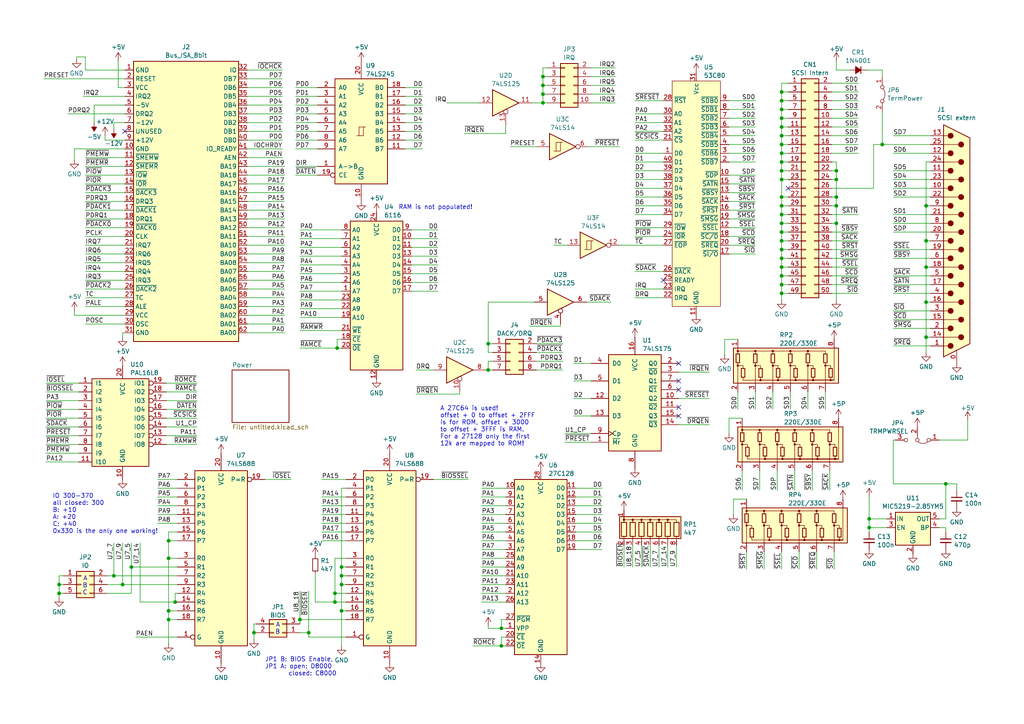
<source format=kicad_sch>
(kicad_sch (version 20230121) (generator eeschema)
  (paper "A4")
  (title_block (title "NCL-501 8-Bit ISA SCSI Card") (date "2024-03-24") (rev "v1") (company "100% Offner") (comment 1 "v0.1: Initial") (comment 2 "v1: first manufactured Version (active Termination added)"))
  (junction (at 145.415 187.325))
  (junction (at 226.695 77.47))
  (junction (at 226.695 36.83))
  (junction (at 99.06 177.165))
  (junction (at 268.605 87.63))
  (junction (at 50.8 174.625))
  (junction (at 17.145 169.545))
  (junction (at 226.695 52.07))
  (junction (at 157.48 24.765))
  (junction (at 141.605 99.695))
  (junction (at 226.695 85.09))
  (junction (at 274.32 140.335))
  (junction (at 226.695 72.39))
  (junction (at 157.48 29.845))
  (junction (at 242.57 64.77))
  (junction (at 226.695 29.21))
  (junction (at 226.695 46.99))
  (junction (at 226.695 57.15))
  (junction (at 157.48 27.305))
  (junction (at 268.605 97.79))
  (junction (at 48.895 177.165))
  (junction (at 99.06 164.465))
  (junction (at 99.06 167.005))
  (junction (at 226.695 74.93))
  (junction (at 226.695 49.53))
  (junction (at 48.895 156.845))
  (junction (at 38.1 164.465))
  (junction (at 141.605 107.315))
  (junction (at 242.57 57.15))
  (junction (at 33.02 167.005))
  (junction (at 226.695 59.69))
  (junction (at 97.79 100.965))
  (junction (at 226.695 62.23))
  (junction (at 99.06 169.545))
  (junction (at 226.695 69.85))
  (junction (at 252.095 153.035))
  (junction (at 226.695 34.29))
  (junction (at 73.66 183.515))
  (junction (at 89.535 183.515))
  (junction (at 17.145 172.085))
  (junction (at 226.695 31.75))
  (junction (at 242.57 49.53))
  (junction (at 226.695 82.55))
  (junction (at 226.695 44.45))
  (junction (at 226.695 26.67))
  (junction (at 48.895 161.925))
  (junction (at 97.155 172.085))
  (junction (at 97.155 174.625))
  (junction (at 226.695 41.91))
  (junction (at 226.695 67.31))
  (junction (at 226.695 80.01))
  (junction (at 242.57 52.07))
  (junction (at 157.48 22.225))
  (junction (at 35.56 169.545))
  (junction (at 226.695 39.37))
  (junction (at 268.605 69.85))
  (junction (at 145.415 182.245))
  (junction (at 242.57 59.69))
  (junction (at 268.605 77.47))
  (junction (at 86.995 179.705))
  (junction (at 268.605 59.69))
  (junction (at 255.905 41.91))
  (junction (at 48.895 179.705))
  (junction (at 252.095 150.495))
  (junction (at 226.695 64.77))
  (no_connect (at 36.195 38.1))
  (no_connect (at 196.85 110.49))
  (no_connect (at 228.6 54.61))
  (no_connect (at 196.85 113.03))
  (no_connect (at 196.85 105.41))
  (no_connect (at 196.85 120.65))
  (no_connect (at 196.85 118.11))
  (no_connect (at 192.405 81.28))
  (wire (pts (xy 193.675 164.465) (xy 193.675 158.115)))
  (wire (pts (xy 184.15 35.56) (xy 192.405 35.56)))
  (wire (pts (xy 225.425 136.525) (xy 225.425 142.24)))
  (wire (pts (xy 184.15 49.53) (xy 192.405 49.53)))
  (wire (pts (xy 139.7 154.305) (xy 146.685 154.305)))
  (wire (pts (xy 139.7 174.625) (xy 146.685 174.625)))
  (wire (pts (xy 92.075 25.4) (xy 85.725 25.4)))
  (wire (pts (xy 226.695 39.37) (xy 228.6 39.37)))
  (wire (pts (xy 71.755 96.52) (xy 82.55 96.52)))
  (wire (pts (xy 253.365 54.61) (xy 253.365 41.91)))
  (wire (pts (xy 71.755 73.66) (xy 82.55 73.66)))
  (wire (pts (xy 133.35 114.3) (xy 133.35 113.665)))
  (wire (pts (xy 99.06 164.465) (xy 100.33 164.465)))
  (wire (pts (xy 259.08 52.07) (xy 269.875 52.07)))
  (wire (pts (xy 259.08 54.61) (xy 269.875 54.61)))
  (wire (pts (xy 241.3 39.37) (xy 248.92 39.37)))
  (wire (pts (xy 235.585 136.525) (xy 235.585 142.24)))
  (wire (pts (xy 167.005 154.305) (xy 174.625 154.305)))
  (wire (pts (xy 22.86 126.365) (xy 13.335 126.365)))
  (wire (pts (xy 257.175 150.495) (xy 252.095 150.495)))
  (wire (pts (xy 274.32 150.495) (xy 272.415 150.495)))
  (wire (pts (xy 17.145 172.085) (xy 18.415 172.085)))
  (wire (pts (xy 259.08 72.39) (xy 269.875 72.39)))
  (wire (pts (xy 57.15 126.365) (xy 48.26 126.365)))
  (wire (pts (xy 100.33 141.605) (xy 99.06 141.605)))
  (wire (pts (xy 145.415 184.785) (xy 146.685 184.785)))
  (wire (pts (xy 48.895 179.705) (xy 48.895 186.69)))
  (wire (pts (xy 226.695 57.15) (xy 226.695 59.69)))
  (wire (pts (xy 177.165 87.63) (xy 170.18 87.63)))
  (wire (pts (xy 119.38 84.455) (xy 127 84.455)))
  (wire (pts (xy 50.8 172.085) (xy 50.8 174.625)))
  (wire (pts (xy 99.06 141.605) (xy 99.06 164.465)))
  (wire (pts (xy 139.7 151.765) (xy 146.685 151.765)))
  (wire (pts (xy 184.15 44.45) (xy 192.405 44.45)))
  (wire (pts (xy 274.32 140.335) (xy 259.08 140.335)))
  (wire (pts (xy 226.695 26.67) (xy 226.695 29.21)))
  (wire (pts (xy 22.86 121.285) (xy 13.335 121.285)))
  (wire (pts (xy 280.67 127.635) (xy 272.415 127.635)))
  (wire (pts (xy 241.3 77.47) (xy 248.92 77.47)))
  (wire (pts (xy 12.7 22.86) (xy 36.195 22.86)))
  (wire (pts (xy 71.755 71.12) (xy 82.55 71.12)))
  (wire (pts (xy 210.185 102.87) (xy 210.185 98.425)))
  (wire (pts (xy 166.37 120.65) (xy 171.45 120.65)))
  (wire (pts (xy 192.405 29.21) (xy 184.15 29.21)))
  (wire (pts (xy 226.695 67.31) (xy 226.695 69.85)))
  (wire (pts (xy 226.695 41.91) (xy 226.695 44.45)))
  (wire (pts (xy 142.875 104.775) (xy 141.605 104.775)))
  (wire (pts (xy 211.455 125.73) (xy 211.455 121.285)))
  (wire (pts (xy 122.555 33.02) (xy 117.475 33.02)))
  (wire (pts (xy 241.3 74.93) (xy 248.92 74.93)))
  (wire (pts (xy 230.505 136.525) (xy 230.505 142.24)))
  (wire (pts (xy 22.225 17.145) (xy 22.225 16.51)))
  (wire (pts (xy 241.3 31.75) (xy 248.92 31.75)))
  (wire (pts (xy 92.075 33.02) (xy 85.725 33.02)))
  (wire (pts (xy 146.685 36.195) (xy 146.685 38.735)))
  (wire (pts (xy 277.495 142.24) (xy 277.495 140.335)))
  (wire (pts (xy 93.345 151.765) (xy 100.33 151.765)))
  (wire (pts (xy 255.905 32.385) (xy 255.905 41.91)))
  (wire (pts (xy 259.08 62.23) (xy 269.875 62.23)))
  (wire (pts (xy 22.86 133.985) (xy 13.335 133.985)))
  (wire (pts (xy 24.765 73.66) (xy 36.195 73.66)))
  (wire (pts (xy 97.79 98.425) (xy 97.79 100.965)))
  (wire (pts (xy 22.225 16.51) (xy 24.765 16.51)))
  (wire (pts (xy 22.86 118.745) (xy 13.335 118.745)))
  (wire (pts (xy 86.995 79.375) (xy 99.06 79.375)))
  (wire (pts (xy 122.555 35.56) (xy 117.475 35.56)))
  (wire (pts (xy 97.155 172.085) (xy 97.155 174.625)))
  (wire (pts (xy 141.605 87.63) (xy 141.605 99.695)))
  (wire (pts (xy 85.725 50.8) (xy 92.075 50.8)))
  (wire (pts (xy 268.605 87.63) (xy 268.605 97.79)))
  (wire (pts (xy 21.59 91.44) (xy 36.195 91.44)))
  (wire (pts (xy 241.935 160.02) (xy 241.935 165.1)))
  (wire (pts (xy 184.15 52.07) (xy 192.405 52.07)))
  (wire (pts (xy 33.02 35.56) (xy 33.02 37.465)))
  (wire (pts (xy 92.075 38.1) (xy 85.725 38.1)))
  (wire (pts (xy 212.725 144.78) (xy 216.535 144.78)))
  (wire (pts (xy 99.06 167.005) (xy 99.06 169.545)))
  (wire (pts (xy 24.765 86.36) (xy 36.195 86.36)))
  (wire (pts (xy 186.055 164.465) (xy 186.055 158.115)))
  (wire (pts (xy 86.995 183.515) (xy 89.535 183.515)))
  (wire (pts (xy 167.005 144.145) (xy 174.625 144.145)))
  (wire (pts (xy 71.755 35.56) (xy 81.915 35.56)))
  (wire (pts (xy 24.765 60.96) (xy 36.195 60.96)))
  (wire (pts (xy 257.175 153.035) (xy 252.095 153.035)))
  (wire (pts (xy 211.455 39.37) (xy 219.075 39.37)))
  (wire (pts (xy 242.57 49.53) (xy 242.57 52.07)))
  (wire (pts (xy 215.265 136.525) (xy 215.265 142.24)))
  (wire (pts (xy 86.995 171.45) (xy 86.995 179.705)))
  (wire (pts (xy 92.075 30.48) (xy 85.725 30.48)))
  (wire (pts (xy 241.3 26.67) (xy 248.92 26.67)))
  (wire (pts (xy 17.145 167.005) (xy 18.415 167.005)))
  (wire (pts (xy 216.535 160.02) (xy 216.535 165.1)))
  (wire (pts (xy 22.86 116.205) (xy 13.335 116.205)))
  (wire (pts (xy 99.06 164.465) (xy 99.06 167.005)))
  (wire (pts (xy 153.67 94.615) (xy 162.56 94.615)))
  (wire (pts (xy 73.66 183.515) (xy 73.66 185.42)))
  (wire (pts (xy 24.13 27.94) (xy 36.195 27.94)))
  (wire (pts (xy 71.755 81.28) (xy 82.55 81.28)))
  (wire (pts (xy 86.995 180.975) (xy 86.995 179.705)))
  (wire (pts (xy 226.695 52.07) (xy 228.6 52.07)))
  (wire (pts (xy 196.85 123.19) (xy 205.74 123.19)))
  (wire (pts (xy 251.46 20.32) (xy 255.905 20.32)))
  (wire (pts (xy 226.695 69.85) (xy 228.6 69.85)))
  (wire (pts (xy 93.345 139.065) (xy 100.33 139.065)))
  (wire (pts (xy 48.895 161.925) (xy 51.435 161.925)))
  (wire (pts (xy 86.995 100.965) (xy 97.79 100.965)))
  (wire (pts (xy 31.115 172.085) (xy 38.1 172.085)))
  (wire (pts (xy 71.755 22.86) (xy 81.915 22.86)))
  (wire (pts (xy 226.695 29.21) (xy 226.695 31.75)))
  (wire (pts (xy 234.315 113.665) (xy 234.315 118.745)))
  (wire (pts (xy 226.695 36.83) (xy 228.6 36.83)))
  (wire (pts (xy 139.7 146.685) (xy 146.685 146.685)))
  (wire (pts (xy 89.535 184.785) (xy 100.33 184.785)))
  (wire (pts (xy 99.06 177.165) (xy 100.33 177.165)))
  (wire (pts (xy 137.16 187.325) (xy 145.415 187.325)))
  (wire (pts (xy 24.765 88.9) (xy 36.195 88.9)))
  (wire (pts (xy 210.185 98.425) (xy 213.995 98.425)))
  (wire (pts (xy 119.38 76.835) (xy 127 76.835)))
  (wire (pts (xy 212.725 149.225) (xy 212.725 144.78)))
  (wire (pts (xy 226.695 46.99) (xy 228.6 46.99)))
  (wire (pts (xy 35.56 169.545) (xy 51.435 169.545)))
  (wire (pts (xy 71.755 58.42) (xy 82.55 58.42)))
  (wire (pts (xy 241.3 85.09) (xy 248.92 85.09)))
  (wire (pts (xy 274.32 153.035) (xy 274.32 154.305)))
  (wire (pts (xy 228.6 24.13) (xy 226.695 24.13)))
  (wire (pts (xy 93.345 146.685) (xy 100.33 146.685)))
  (wire (pts (xy 259.08 140.335) (xy 259.08 127.635)))
  (wire (pts (xy 45.72 151.765) (xy 51.435 151.765)))
  (wire (pts (xy 86.995 81.915) (xy 99.06 81.915)))
  (wire (pts (xy 36.195 35.56) (xy 33.02 35.56)))
  (wire (pts (xy 73.66 180.975) (xy 73.66 183.515)))
  (wire (pts (xy 184.15 78.74) (xy 192.405 78.74)))
  (wire (pts (xy 180.975 164.465) (xy 180.975 158.115)))
  (wire (pts (xy 97.155 161.925) (xy 100.33 161.925)))
  (wire (pts (xy 21.59 91.44) (xy 21.59 90.17)))
  (wire (pts (xy 71.755 20.32) (xy 81.915 20.32)))
  (wire (pts (xy 211.455 50.8) (xy 219.075 50.8)))
  (wire (pts (xy 22.86 123.825) (xy 13.335 123.825)))
  (wire (pts (xy 71.755 38.1) (xy 81.915 38.1)))
  (wire (pts (xy 241.3 67.31) (xy 248.92 67.31)))
  (wire (pts (xy 71.755 60.96) (xy 82.55 60.96)))
  (wire (pts (xy 167.005 141.605) (xy 174.625 141.605)))
  (wire (pts (xy 71.755 63.5) (xy 82.55 63.5)))
  (wire (pts (xy 196.85 107.95) (xy 205.74 107.95)))
  (wire (pts (xy 252.095 153.035) (xy 252.095 150.495)))
  (wire (pts (xy 57.15 113.665) (xy 48.26 113.665)))
  (wire (pts (xy 211.455 55.88) (xy 219.075 55.88)))
  (wire (pts (xy 213.995 113.665) (xy 213.995 118.745)))
  (wire (pts (xy 71.755 33.02) (xy 81.915 33.02)))
  (wire (pts (xy 45.72 146.685) (xy 51.435 146.685)))
  (wire (pts (xy 57.15 118.745) (xy 48.26 118.745)))
  (wire (pts (xy 163.83 128.27) (xy 171.45 128.27)))
  (wire (pts (xy 71.755 76.2) (xy 82.55 76.2)))
  (wire (pts (xy 48.895 156.845) (xy 48.895 161.925)))
  (wire (pts (xy 211.455 41.91) (xy 219.075 41.91)))
  (wire (pts (xy 241.3 59.69) (xy 242.57 59.69)))
  (wire (pts (xy 259.08 67.31) (xy 269.875 67.31)))
  (wire (pts (xy 171.45 19.685) (xy 178.435 19.685)))
  (wire (pts (xy 145.415 179.705) (xy 145.415 182.245)))
  (wire (pts (xy 86.995 74.295) (xy 99.06 74.295)))
  (wire (pts (xy 211.455 60.96) (xy 219.075 60.96)))
  (wire (pts (xy 160.655 71.12) (xy 164.465 71.12)))
  (wire (pts (xy 211.455 68.58) (xy 219.075 68.58)))
  (wire (pts (xy 157.48 24.765) (xy 157.48 27.305)))
  (wire (pts (xy 86.995 92.075) (xy 99.06 92.075)))
  (wire (pts (xy 119.38 79.375) (xy 127 79.375)))
  (wire (pts (xy 71.755 30.48) (xy 81.915 30.48)))
  (wire (pts (xy 211.455 121.285) (xy 215.265 121.285)))
  (wire (pts (xy 226.695 64.77) (xy 226.695 67.31)))
  (wire (pts (xy 274.32 150.495) (xy 274.32 140.335)))
  (wire (pts (xy 48.895 177.165) (xy 48.895 179.705)))
  (wire (pts (xy 145.415 179.705) (xy 146.685 179.705)))
  (wire (pts (xy 268.605 59.69) (xy 268.605 69.85)))
  (wire (pts (xy 226.695 44.45) (xy 228.6 44.45)))
  (wire (pts (xy 226.695 41.91) (xy 228.6 41.91)))
  (wire (pts (xy 226.695 69.85) (xy 226.695 72.39)))
  (wire (pts (xy 157.48 29.845) (xy 158.75 29.845)))
  (wire (pts (xy 119.38 69.215) (xy 127 69.215)))
  (wire (pts (xy 236.855 160.02) (xy 236.855 165.1)))
  (wire (pts (xy 226.695 64.77) (xy 228.6 64.77)))
  (wire (pts (xy 24.765 83.82) (xy 36.195 83.82)))
  (wire (pts (xy 147.955 42.545) (xy 155.575 42.545)))
  (wire (pts (xy 255.905 41.91) (xy 269.875 41.91)))
  (wire (pts (xy 45.72 149.225) (xy 51.435 149.225)))
  (wire (pts (xy 24.765 71.12) (xy 36.195 71.12)))
  (wire (pts (xy 48.895 156.845) (xy 51.435 156.845)))
  (wire (pts (xy 71.755 66.04) (xy 82.55 66.04)))
  (wire (pts (xy 167.005 151.765) (xy 174.625 151.765)))
  (wire (pts (xy 71.755 68.58) (xy 82.55 68.58)))
  (wire (pts (xy 71.755 55.88) (xy 82.55 55.88)))
  (wire (pts (xy 253.365 41.91) (xy 255.905 41.91)))
  (wire (pts (xy 122.555 30.48) (xy 117.475 30.48)))
  (wire (pts (xy 71.755 93.98) (xy 82.55 93.98)))
  (wire (pts (xy 21.59 43.18) (xy 36.195 43.18)))
  (wire (pts (xy 24.765 45.72) (xy 36.195 45.72)))
  (wire (pts (xy 45.72 141.605) (xy 51.435 141.605)))
  (wire (pts (xy 74.295 183.515) (xy 73.66 183.515)))
  (wire (pts (xy 211.455 53.34) (xy 219.075 53.34)))
  (wire (pts (xy 259.08 80.01) (xy 269.875 80.01)))
  (wire (pts (xy 226.695 62.23) (xy 228.6 62.23)))
  (wire (pts (xy 57.15 128.905) (xy 48.26 128.905)))
  (wire (pts (xy 24.765 81.28) (xy 36.195 81.28)))
  (wire (pts (xy 242.57 52.07) (xy 242.57 57.15)))
  (wire (pts (xy 241.3 41.91) (xy 248.92 41.91)))
  (wire (pts (xy 93.345 144.145) (xy 100.33 144.145)))
  (wire (pts (xy 157.48 19.685) (xy 157.48 22.225)))
  (wire (pts (xy 76.835 139.065) (xy 84.455 139.065)))
  (wire (pts (xy 242.57 59.69) (xy 242.57 64.77)))
  (wire (pts (xy 226.695 80.01) (xy 226.695 82.55)))
  (wire (pts (xy 171.45 27.305) (xy 178.435 27.305)))
  (wire (pts (xy 231.775 160.02) (xy 231.775 165.1)))
  (wire (pts (xy 157.48 22.225) (xy 158.75 22.225)))
  (wire (pts (xy 86.995 89.535) (xy 99.06 89.535)))
  (wire (pts (xy 224.155 113.665) (xy 224.155 118.745)))
  (wire (pts (xy 252.095 144.145) (xy 252.095 150.495)))
  (wire (pts (xy 141.605 181.61) (xy 141.605 182.245)))
  (wire (pts (xy 211.455 73.66) (xy 219.075 73.66)))
  (wire (pts (xy 179.705 71.12) (xy 192.405 71.12)))
  (wire (pts (xy 34.29 17.78) (xy 34.29 25.4)))
  (wire (pts (xy 241.3 80.01) (xy 248.92 80.01)))
  (wire (pts (xy 184.15 66.04) (xy 192.405 66.04)))
  (wire (pts (xy 226.695 160.02) (xy 226.695 165.1)))
  (wire (pts (xy 139.7 169.545) (xy 146.685 169.545)))
  (wire (pts (xy 226.695 72.39) (xy 226.695 74.93)))
  (wire (pts (xy 141.605 104.775) (xy 141.605 107.315)))
  (wire (pts (xy 139.7 161.925) (xy 146.685 161.925)))
  (wire (pts (xy 226.695 31.75) (xy 226.695 34.29)))
  (wire (pts (xy 86.995 66.675) (xy 99.06 66.675)))
  (wire (pts (xy 92.075 27.94) (xy 85.725 27.94)))
  (wire (pts (xy 97.155 161.925) (xy 97.155 172.085)))
  (wire (pts (xy 252.095 153.035) (xy 252.095 154.305)))
  (wire (pts (xy 259.08 90.17) (xy 269.875 90.17)))
  (wire (pts (xy 50.8 174.625) (xy 51.435 174.625)))
  (wire (pts (xy 268.605 97.79) (xy 268.605 102.235)))
  (wire (pts (xy 38.1 172.085) (xy 38.1 164.465)))
  (wire (pts (xy 33.02 157.48) (xy 33.02 167.005)))
  (wire (pts (xy 85.725 48.26) (xy 92.075 48.26)))
  (wire (pts (xy 86.995 84.455) (xy 99.06 84.455)))
  (wire (pts (xy 242.57 17.78) (xy 242.57 20.32)))
  (wire (pts (xy 93.345 149.225) (xy 100.33 149.225)))
  (wire (pts (xy 48.895 161.925) (xy 48.895 177.165)))
  (wire (pts (xy 242.57 57.15) (xy 242.57 59.69)))
  (wire (pts (xy 122.555 27.94) (xy 117.475 27.94)))
  (wire (pts (xy 241.3 46.99) (xy 242.57 46.99)))
  (wire (pts (xy 259.08 74.93) (xy 269.875 74.93)))
  (wire (pts (xy 31.115 169.545) (xy 35.56 169.545)))
  (wire (pts (xy 268.605 46.99) (xy 269.875 46.99)))
  (wire (pts (xy 167.005 159.385) (xy 174.625 159.385)))
  (wire (pts (xy 162.56 94.615) (xy 162.56 93.98)))
  (wire (pts (xy 48.895 156.845) (xy 48.895 154.305)))
  (wire (pts (xy 34.29 25.4) (xy 36.195 25.4)))
  (wire (pts (xy 226.695 74.93) (xy 228.6 74.93)))
  (wire (pts (xy 45.72 144.145) (xy 51.435 144.145)))
  (wire (pts (xy 272.415 153.035) (xy 274.32 153.035)))
  (wire (pts (xy 33.02 167.005) (xy 51.435 167.005)))
  (wire (pts (xy 226.695 31.75) (xy 228.6 31.75)))
  (wire (pts (xy 241.3 57.15) (xy 242.57 57.15)))
  (wire (pts (xy 166.37 110.49) (xy 171.45 110.49)))
  (wire (pts (xy 211.455 44.45) (xy 219.075 44.45)))
  (wire (pts (xy 119.38 81.915) (xy 127 81.915)))
  (wire (pts (xy 259.08 85.09) (xy 269.875 85.09)))
  (wire (pts (xy 268.605 77.47) (xy 268.605 87.63)))
  (wire (pts (xy 268.605 59.69) (xy 269.875 59.69)))
  (wire (pts (xy 183.515 164.465) (xy 183.515 158.115)))
  (wire (pts (xy 211.455 71.12) (xy 219.075 71.12)))
  (wire (pts (xy 50.8 172.085) (xy 51.435 172.085)))
  (wire (pts (xy 211.455 58.42) (xy 219.075 58.42)))
  (wire (pts (xy 226.695 39.37) (xy 226.695 41.91)))
  (wire (pts (xy 24.765 78.74) (xy 36.195 78.74)))
  (wire (pts (xy 226.695 34.29) (xy 228.6 34.29)))
  (wire (pts (xy 71.755 86.36) (xy 82.55 86.36)))
  (wire (pts (xy 17.145 172.085) (xy 17.145 169.545)))
  (wire (pts (xy 268.605 87.63) (xy 269.875 87.63)))
  (wire (pts (xy 139.7 159.385) (xy 146.685 159.385)))
  (wire (pts (xy 71.755 25.4) (xy 81.915 25.4)))
  (wire (pts (xy 167.005 149.225) (xy 174.625 149.225)))
  (wire (pts (xy 139.7 141.605) (xy 146.685 141.605)))
  (wire (pts (xy 211.455 36.83) (xy 219.075 36.83)))
  (wire (pts (xy 145.415 184.785) (xy 145.415 187.325)))
  (wire (pts (xy 241.3 54.61) (xy 253.365 54.61)))
  (wire (pts (xy 99.06 169.545) (xy 100.33 169.545)))
  (wire (pts (xy 171.45 22.225) (xy 178.435 22.225)))
  (wire (pts (xy 241.3 36.83) (xy 248.92 36.83)))
  (wire (pts (xy 27.305 35.56) (xy 27.305 30.48)))
  (wire (pts (xy 89.535 171.45) (xy 89.535 183.515)))
  (wire (pts (xy 71.755 91.44) (xy 82.55 91.44)))
  (wire (pts (xy 226.695 74.93) (xy 226.695 77.47)))
  (wire (pts (xy 259.08 100.33) (xy 269.875 100.33)))
  (wire (pts (xy 155.575 99.695) (xy 163.195 99.695)))
  (wire (pts (xy 241.3 72.39) (xy 248.92 72.39)))
  (wire (pts (xy 139.7 149.225) (xy 146.685 149.225)))
  (wire (pts (xy 93.345 154.305) (xy 100.33 154.305)))
  (wire (pts (xy 242.57 46.99) (xy 242.57 49.53)))
  (wire (pts (xy 211.455 29.21) (xy 219.075 29.21)))
  (wire (pts (xy 241.3 24.13) (xy 248.92 24.13)))
  (wire (pts (xy 226.695 77.47) (xy 226.695 80.01)))
  (wire (pts (xy 259.08 95.25) (xy 269.875 95.25)))
  (wire (pts (xy 71.755 27.94) (xy 81.915 27.94)))
  (wire (pts (xy 226.695 24.13) (xy 226.695 26.67)))
  (wire (pts (xy 259.08 44.45) (xy 269.875 44.45)))
  (wire (pts (xy 119.38 74.295) (xy 127 74.295)))
  (wire (pts (xy 155.575 104.775) (xy 163.195 104.775)))
  (wire (pts (xy 241.3 34.29) (xy 248.92 34.29)))
  (wire (pts (xy 241.3 69.85) (xy 248.92 69.85)))
  (wire (pts (xy 226.695 52.07) (xy 226.695 57.15)))
  (wire (pts (xy 71.755 83.82) (xy 82.55 83.82)))
  (wire (pts (xy 155.575 102.235) (xy 163.195 102.235)))
  (wire (pts (xy 141.605 182.245) (xy 145.415 182.245)))
  (wire (pts (xy 86.995 179.705) (xy 100.33 179.705)))
  (wire (pts (xy 31.115 167.005) (xy 33.02 167.005)))
  (wire (pts (xy 24.765 48.26) (xy 36.195 48.26)))
  (wire (pts (xy 171.45 29.845) (xy 178.435 29.845)))
  (wire (pts (xy 71.755 43.18) (xy 81.915 43.18)))
  (wire (pts (xy 141.605 99.695) (xy 141.605 102.235)))
  (wire (pts (xy 145.415 187.325) (xy 146.685 187.325)))
  (wire (pts (xy 226.695 72.39) (xy 228.6 72.39)))
  (wire (pts (xy 22.86 131.445) (xy 13.335 131.445)))
  (wire (pts (xy 24.765 66.04) (xy 36.195 66.04)))
  (wire (pts (xy 184.15 62.23) (xy 192.405 62.23)))
  (wire (pts (xy 40.64 157.48) (xy 40.64 174.625)))
  (wire (pts (xy 40.64 174.625) (xy 50.8 174.625)))
  (wire (pts (xy 221.615 160.02) (xy 221.615 165.1)))
  (wire (pts (xy 71.755 48.26) (xy 82.55 48.26)))
  (wire (pts (xy 268.605 46.99) (xy 268.605 59.69)))
  (wire (pts (xy 239.395 113.665) (xy 239.395 118.745)))
  (wire (pts (xy 17.145 169.545) (xy 17.145 167.005)))
  (wire (pts (xy 259.08 49.53) (xy 269.875 49.53)))
  (wire (pts (xy 19.685 33.02) (xy 36.195 33.02)))
  (wire (pts (xy 191.135 164.465) (xy 191.135 158.115)))
  (wire (pts (xy 139.7 144.145) (xy 146.685 144.145)))
  (wire (pts (xy 48.895 177.165) (xy 51.435 177.165)))
  (wire (pts (xy 38.1 164.465) (xy 51.435 164.465)))
  (wire (pts (xy 93.345 156.845) (xy 100.33 156.845)))
  (wire (pts (xy 242.57 64.77) (xy 242.57 86.995)))
  (wire (pts (xy 119.38 71.755) (xy 127 71.755)))
  (wire (pts (xy 99.06 169.545) (xy 99.06 177.165)))
  (wire (pts (xy 268.605 77.47) (xy 269.875 77.47)))
  (wire (pts (xy 184.15 40.64) (xy 192.405 40.64)))
  (wire (pts (xy 241.3 64.77) (xy 242.57 64.77)))
  (wire (pts (xy 157.48 24.765) (xy 158.75 24.765)))
  (wire (pts (xy 97.79 100.965) (xy 99.06 100.965)))
  (wire (pts (xy 184.15 83.82) (xy 192.405 83.82)))
  (wire (pts (xy 184.15 68.58) (xy 192.405 68.58)))
  (wire (pts (xy 211.455 66.04) (xy 219.075 66.04)))
  (wire (pts (xy 22.86 128.905) (xy 13.335 128.905)))
  (wire (pts (xy 259.08 39.37) (xy 269.875 39.37)))
  (wire (pts (xy 24.765 93.98) (xy 36.195 93.98)))
  (wire (pts (xy 45.72 139.065) (xy 51.435 139.065)))
  (wire (pts (xy 167.005 146.685) (xy 174.625 146.685)))
  (wire (pts (xy 280.67 121.92) (xy 280.67 127.635)))
  (wire (pts (xy 226.695 36.83) (xy 226.695 39.37)))
  (wire (pts (xy 166.37 105.41) (xy 171.45 105.41)))
  (wire (pts (xy 163.83 125.73) (xy 171.45 125.73)))
  (wire (pts (xy 211.455 46.99) (xy 219.075 46.99)))
  (wire (pts (xy 99.06 167.005) (xy 100.33 167.005)))
  (wire (pts (xy 140.97 107.315) (xy 141.605 107.315)))
  (wire (pts (xy 21.59 46.355) (xy 21.59 43.18)))
  (wire (pts (xy 226.695 29.21) (xy 228.6 29.21)))
  (wire (pts (xy 122.555 43.18) (xy 117.475 43.18)))
  (wire (pts (xy 122.555 38.1) (xy 117.475 38.1)))
  (wire (pts (xy 226.695 59.69) (xy 228.6 59.69)))
  (wire (pts (xy 24.765 63.5) (xy 36.195 63.5)))
  (wire (pts (xy 139.7 156.845) (xy 146.685 156.845)))
  (wire (pts (xy 24.765 20.32) (xy 36.195 20.32)))
  (wire (pts (xy 226.695 82.55) (xy 228.6 82.55)))
  (wire (pts (xy 97.79 98.425) (xy 99.06 98.425)))
  (wire (pts (xy 211.455 34.29) (xy 219.075 34.29)))
  (wire (pts (xy 71.755 40.64) (xy 81.915 40.64)))
  (wire (pts (xy 157.48 22.225) (xy 157.48 24.765)))
  (wire (pts (xy 99.06 177.165) (xy 99.06 187.325)))
  (wire (pts (xy 17.145 173.355) (xy 17.145 172.085)))
  (wire (pts (xy 226.695 82.55) (xy 226.695 85.09)))
  (wire (pts (xy 57.15 116.205) (xy 48.26 116.205)))
  (wire (pts (xy 167.005 156.845) (xy 174.625 156.845)))
  (wire (pts (xy 184.15 57.15) (xy 192.405 57.15)))
  (wire (pts (xy 48.895 179.705) (xy 51.435 179.705)))
  (wire (pts (xy 134.62 38.735) (xy 146.685 38.735)))
  (wire (pts (xy 226.695 44.45) (xy 226.695 46.99)))
  (wire (pts (xy 71.755 50.8) (xy 82.55 50.8)))
  (wire (pts (xy 120.65 107.315) (xy 125.73 107.315)))
  (wire (pts (xy 184.15 33.02) (xy 192.405 33.02)))
  (wire (pts (xy 91.44 166.37) (xy 91.44 174.625)))
  (wire (pts (xy 226.695 80.01) (xy 228.6 80.01)))
  (wire (pts (xy 268.605 69.85) (xy 268.605 77.47)))
  (wire (pts (xy 24.765 68.58) (xy 36.195 68.58)))
  (wire (pts (xy 219.075 113.665) (xy 219.075 118.745)))
  (wire (pts (xy 92.075 35.56) (xy 85.725 35.56)))
  (wire (pts (xy 24.765 53.34) (xy 36.195 53.34)))
  (wire (pts (xy 71.755 53.34) (xy 82.55 53.34)))
  (wire (pts (xy 211.455 31.75) (xy 219.075 31.75)))
  (wire (pts (xy 92.075 40.64) (xy 85.725 40.64)))
  (wire (pts (xy 39.37 184.785) (xy 51.435 184.785)))
  (wire (pts (xy 242.57 20.32) (xy 246.38 20.32)))
  (wire (pts (xy 141.605 102.235) (xy 142.875 102.235)))
  (wire (pts (xy 129.54 29.845) (xy 139.065 29.845)))
  (wire (pts (xy 274.32 140.335) (xy 277.495 140.335)))
  (wire (pts (xy 241.3 29.21) (xy 248.92 29.21)))
  (wire (pts (xy 57.15 111.125) (xy 48.26 111.125)))
  (wire (pts (xy 74.295 180.975) (xy 73.66 180.975)))
  (wire (pts (xy 125.73 139.065) (xy 135.89 139.065)))
  (wire (pts (xy 86.995 95.885) (xy 99.06 95.885)))
  (wire (pts (xy 157.48 27.305) (xy 157.48 29.845)))
  (wire (pts (xy 226.695 49.53) (xy 226.695 52.07)))
  (wire (pts (xy 184.15 86.36) (xy 192.405 86.36)))
  (wire (pts (xy 226.695 62.23) (xy 226.695 64.77)))
  (wire (pts (xy 24.765 50.8) (xy 36.195 50.8)))
  (wire (pts (xy 196.215 158.115) (xy 196.215 164.465)))
  (wire (pts (xy 226.695 34.29) (xy 226.695 36.83)))
  (wire (pts (xy 268.605 97.79) (xy 269.875 97.79)))
  (wire (pts (xy 142.875 99.695) (xy 141.605 99.695)))
  (wire (pts (xy 226.695 85.09) (xy 226.695 86.995)))
  (wire (pts (xy 166.37 115.57) (xy 171.45 115.57)))
  (wire (pts (xy 86.995 69.215) (xy 99.06 69.215)))
  (wire (pts (xy 226.695 59.69) (xy 226.695 62.23)))
  (wire (pts (xy 226.695 57.15) (xy 228.6 57.15)))
  (wire (pts (xy 184.15 59.69) (xy 192.405 59.69)))
  (wire (pts (xy 259.08 127.635) (xy 259.715 127.635)))
  (wire (pts (xy 27.305 30.48) (xy 36.195 30.48)))
  (wire (pts (xy 35.56 157.48) (xy 35.56 169.545)))
  (wire (pts (xy 38.1 157.48) (xy 38.1 164.465)))
  (wire (pts (xy 17.145 169.545) (xy 18.415 169.545)))
  (wire (pts (xy 24.765 76.2) (xy 36.195 76.2)))
  (wire (pts (xy 259.08 92.71) (xy 269.875 92.71)))
  (wire (pts (xy 184.15 46.99) (xy 192.405 46.99)))
  (wire (pts (xy 226.695 49.53) (xy 228.6 49.53)))
  (wire (pts (xy 188.595 164.465) (xy 188.595 158.115)))
  (wire (pts (xy 71.755 78.74) (xy 82.55 78.74)))
  (wire (pts (xy 226.695 85.09) (xy 228.6 85.09)))
  (wire (pts (xy 119.38 66.675) (xy 127 66.675)))
  (wire (pts (xy 22.86 111.125) (xy 13.335 111.125)))
  (wire (pts (xy 259.08 57.15) (xy 269.875 57.15)))
  (wire (pts (xy 22.86 113.665) (xy 13.335 113.665)))
  (wire (pts (xy 158.75 19.685) (xy 157.48 19.685)))
  (wire (pts (xy 35.56 96.52) (xy 36.195 96.52)))
  (wire (pts (xy 122.555 25.4) (xy 117.475 25.4)))
  (wire (pts (xy 97.155 172.085) (xy 100.33 172.085)))
  (wire (pts (xy 122.555 40.64) (xy 117.475 40.64)))
  (wire (pts (xy 86.995 76.835) (xy 99.06 76.835)))
  (wire (pts (xy 241.3 82.55) (xy 248.92 82.55)))
  (wire (pts (xy 241.3 62.23) (xy 248.92 62.23)))
  (wire (pts (xy 226.695 67.31) (xy 228.6 67.31)))
  (wire (pts (xy 91.44 174.625) (xy 97.155 174.625)))
  (wire (pts (xy 240.665 136.525) (xy 240.665 142.24)))
  (wire (pts (xy 120.65 114.3) (xy 133.35 114.3)))
  (wire (pts (xy 30.48 39.37) (xy 30.48 40.64)))
  (wire (pts (xy 241.3 44.45) (xy 248.92 44.45)))
  (wire (pts (xy 141.605 107.315) (xy 142.875 107.315)))
  (wire (pts (xy 24.765 58.42) (xy 36.195 58.42)))
  (wire (pts (xy 226.695 77.47) (xy 228.6 77.47)))
  (wire (pts (xy 229.235 113.665) (xy 229.235 118.745)))
  (wire (pts (xy 157.48 27.305) (xy 158.75 27.305)))
  (wire (pts (xy 139.7 167.005) (xy 146.685 167.005)))
  (wire (pts (xy 89.535 183.515) (xy 89.535 184.785)))
  (wire (pts (xy 220.345 136.525) (xy 220.345 142.24)))
  (wire (pts (xy 268.605 69.85) (xy 269.875 69.85)))
  (wire (pts (xy 57.15 123.825) (xy 48.26 123.825)))
  (wire (pts (xy 170.815 42.545) (xy 179.705 42.545)))
  (wire (pts (xy 241.3 49.53) (xy 242.57 49.53)))
  (wire (pts (xy 241.3 52.07) (xy 242.57 52.07)))
  (wire (pts (xy 155.575 107.315) (xy 163.195 107.315)))
  (wire (pts (xy 211.455 63.5) (xy 219.075 63.5)))
  (wire (pts (xy 139.7 172.085) (xy 146.685 172.085)))
  (wire (pts (xy 97.155 174.625) (xy 100.33 174.625)))
  (wire (pts (xy 226.695 26.67) (xy 228.6 26.67)))
  (wire (pts (xy 57.15 121.285) (xy 48.26 121.285)))
  (wire (pts (xy 226.695 46.99) (xy 226.695 49.53)))
  (wire (pts (xy 141.605 87.63) (xy 154.94 87.63)))
  (wire (pts (xy 184.15 38.1) (xy 192.405 38.1)))
  (wire (pts (xy 71.755 45.72) (xy 81.915 45.72)))
  (wire (pts (xy 259.08 64.77) (xy 269.875 64.77)))
  (wire (pts (xy 86.995 86.995) (xy 99.06 86.995)))
  (wire (pts (xy 24.765 16.51) (xy 24.765 20.32)))
  (wire (pts (xy 86.995 71.755) (xy 99.06 71.755)))
  (wire (pts (xy 171.45 24.765) (xy 178.435 24.765)))
  (wire (pts (xy 196.85 115.57) (xy 205.74 115.57)))
  (wire (pts (xy 154.305 29.845) (xy 157.48 29.845)))
  (wire (pts (xy 139.7 164.465) (xy 146.685 164.465)))
  (wire (pts (xy 24.765 55.88) (xy 36.195 55.88)))
  (wire (pts (xy 255.905 20.32) (xy 255.905 22.225)))
  (wire (pts (xy 35.56 96.52) (xy 35.56 97.79)))
  (wire (pts (xy 259.08 82.55) (xy 269.875 82.55)))
  (wire (pts (xy 92.075 43.18) (xy 85.725 43.18)))
  (wire (pts (xy 48.895 154.305) (xy 51.435 154.305)))
  (wire (pts (xy 184.15 54.61) (xy 192.405 54.61)))
  (wire (pts (xy 71.755 88.9) (xy 82.55 88.9)))
  (wire (pts (xy 145.415 182.245) (xy 146.685 182.245)))
  (wire (pts (xy 30.48 40.64) (xy 36.195 40.64)))
  (text "A\nB\nC" (at 25.4 172.72 0) (effects (font (size 1.27 1.27)) (justify right bottom)))
  (text "RAM is not populated!" (at 115.57 60.96 0) (effects (font (size 1.27 1.27)) (justify left bottom)))
  (text "IO 300-370\nall closed: 300\nB: +10\nA: +20\nC: +40\n0x330 is the only one working!" (at 15.24 154.94 0) (effects (font (size 1.27 1.27)) (justify left bottom)))
  (text "A 27C64 is used!\noffset + 0 to offset + 2FFF\nis for ROM, offset + 3000\nto offset + 3FFF is RAM.\nFor a 27128 only the first\n12k are mapped to ROM!\n" (at 127.635 129.54 0) (effects (font (size 1.27 1.27)) (justify left bottom)))
  (text "JP1 B: BIOS Enable,\nJP1 A: open: D8000\n       closed: C8000" (at 76.835 196.215 0) (effects (font (size 1.27 1.27)) (justify left bottom)))
  (text "A\nB" (at 81.28 184.15 0) (effects (font (size 1.27 1.27)) (justify right bottom)))
  (label "PDRQ1" (at 163.195 107.315 180))
  (label "~{ROMCE}" (at 137.16 187.325 0))
  (label "D5" (at 174.625 154.305 180))
  (label "~{RAMWR}" (at 86.995 95.885 0))
  (label "~{PRESET}" (at 13.335 126.365 0))
  (label "PAEN" (at 81.915 45.72 180))
  (label "SD2" (at 224.155 118.745 90))
  (label "PA10" (at 139.7 167.005 0))
  (label "U7_7" (at 33.02 157.48 270))
  (label "D0" (at 166.37 120.65 0))
  (label "PDRQ1" (at 24.765 63.5 0))
  (label "SD5" (at 239.395 118.745 90))
  (label "~{SRESET}" (at 205.74 115.57 180))
  (label "PA1" (at 86.995 69.215 0))
  (label "IRQ7" (at 24.765 71.12 0))
  (label "D7" (at 174.625 159.385 180))
  (label "PA11" (at 82.55 68.58 180))
  (label "U7_5" (at 186.055 164.465 90))
  (label "POSC" (at 24.765 93.98 0))
  (label "~{SDACK}" (at 184.15 78.74 0))
  (label "~{SATN}" (at 259.08 82.55 0))
  (label "PD2" (at 85.725 30.48 0))
  (label "PD7" (at 85.725 43.18 0))
  (label "D1" (at 127 69.215 180))
  (label "D1" (at 166.37 105.41 0))
  (label "D6" (at 184.15 59.69 0))
  (label "~{PMEMR}" (at 13.335 128.905 0))
  (label "~{SDACK}" (at 177.165 87.63 180))
  (label "SD1" (at 219.075 118.745 90))
  (label "PA8" (at 45.72 151.765 0))
  (label "U7_14" (at 193.675 164.465 90))
  (label "~{PDACK0}" (at 24.765 66.04 0))
  (label "D1" (at 122.555 27.94 180))
  (label "~{SSEL}" (at 248.92 77.47 180))
  (label "DRQ" (at 120.65 107.315 0))
  (label "PAEN" (at 39.37 184.785 0))
  (label "PD5" (at 81.915 27.94 180))
  (label "U1_CP" (at 163.83 125.73 0))
  (label "U8_18" (at 86.995 171.45 270))
  (label "~{PIOW}" (at 24.765 50.8 0))
  (label "SD7" (at 259.08 39.37 0))
  (label "~{PDACK3}" (at 24.765 55.88 0))
  (label "U1_CP" (at 57.15 123.825 180))
  (label "TC" (at 24.765 86.36 0))
  (label "SD5" (at 219.075 41.91 180))
  (label "PA19" (at 93.345 149.225 0))
  (label "~{SMSG}" (at 221.615 165.1 90))
  (label "D6" (at 122.555 40.64 180))
  (label "PA10" (at 86.995 92.075 0))
  (label "PA13" (at 82.55 63.5 180))
  (label "~{DRQEN}" (at 120.65 114.3 0))
  (label "D0" (at 122.555 25.4 180))
  (label "~{SRST}" (at 259.08 85.09 0))
  (label "D4" (at 184.15 54.61 0))
  (label "~{SRESET}" (at 184.15 29.21 0))
  (label "~{PDACK1}" (at 163.195 102.235 180))
  (label "DIR" (at 57.15 116.205 180))
  (label "PD4" (at 85.725 35.56 0))
  (label "~{SIO}" (at 259.08 90.17 0))
  (label "PA10" (at 82.55 71.12 180))
  (label "PA7" (at 86.995 84.455 0))
  (label "SD4" (at 219.075 39.37 180))
  (label "~{SSEL}" (at 226.695 165.1 90))
  (label "~{SATN}" (at 230.505 142.24 90))
  (label "~{BIOSEN}" (at 89.535 171.45 270))
  (label "~{SIO}" (at 241.935 165.1 90))
  (label "~{TC}" (at 184.15 71.12 0))
  (label "SD4" (at 248.92 34.29 180))
  (label "~{SIO}" (at 248.92 85.09 180))
  (label "~{SACK}" (at 219.075 58.42 180))
  (label "~{PIOR}" (at 184.15 68.58 0))
  (label "PA4" (at 45.72 146.685 0))
  (label "~{SMSG}" (at 219.075 63.5 180))
  (label "PA15" (at 82.55 58.42 180))
  (label "SD3" (at 229.235 118.745 90))
  (label "SDP" (at 225.425 142.24 90))
  (label "~{PIOW}" (at 184.15 66.04 0))
  (label "U7_5" (at 38.1 157.48 270))
  (label "U7_7" (at 191.135 164.465 90))
  (label "~{SDACK}" (at 13.335 123.825 0))
  (label "PA16" (at 82.55 55.88 180))
  (label "D4" (at 127 76.835 180))
  (label "PD7" (at 81.915 22.86 180))
  (label "PD0" (at 85.725 25.4 0))
  (label "~{ROMCE}" (at 57.15 111.125 180))
  (label "D2" (at 166.37 115.57 0))
  (label "PA5" (at 45.72 144.145 0))
  (label "~{IRQEN}" (at 134.62 38.735 0))
  (label "~{SBSY}" (at 259.08 74.93 0))
  (label "~{SCSICS}" (at 57.15 121.285 180))
  (label "D2" (at 122.555 30.48 180))
  (label "PD0" (at 81.915 40.64 180))
  (label "IRQ5" (at 178.435 24.765 180))
  (label "IRQ6" (at 178.435 22.225 180))
  (label "PA8" (at 139.7 161.925 0))
  (label "D4" (at 174.625 151.765 180))
  (label "PDRQ3" (at 163.195 104.775 180))
  (label "PA3" (at 86.995 74.295 0))
  (label "IRQ3" (at 178.435 29.845 180))
  (label "~{SREQ}" (at 248.92 82.55 180))
  (label "PALE" (at 24.765 88.9 0))
  (label "PA9" (at 139.7 164.465 0))
  (label "~{PDACK2}" (at 24.765 83.82 0))
  (label "PA7" (at 45.72 139.065 0))
  (label "PDRQ2" (at 19.685 33.02 0))
  (label "PCLK" (at 24.765 68.58 0))
  (label "PA18" (at 82.55 50.8 180))
  (label "PA6" (at 45.72 141.605 0))
  (label "PA0" (at 139.7 141.605 0))
  (label "SD6" (at 248.92 39.37 180))
  (label "~{SBSY}" (at 235.585 142.24 90))
  (label "SDP" (at 219.075 50.8 180))
  (label "~{BIOSSEL}" (at 135.89 139.065 180))
  (label "D0" (at 174.625 141.605 180))
  (label "D5" (at 184.15 57.15 0))
  (label "D5" (at 127 79.375 180))
  (label "IRQ5" (at 24.765 76.2 0))
  (label "PA16" (at 93.345 156.845 0))
  (label "PD2" (at 81.915 35.56 180))
  (label "PA1" (at 184.15 35.56 0))
  (label "~{SACK}" (at 259.08 80.01 0))
  (label "SD3" (at 248.92 31.75 180))
  (label "D2" (at 127 71.755 180))
  (label "IRQ3" (at 24.765 81.28 0))
  (label "SD7" (at 219.075 46.99 180))
  (label "PA19" (at 82.55 48.26 180))
  (label "SD5" (at 248.92 36.83 180))
  (label "PA11" (at 57.15 126.365 180))
  (label "D0" (at 184.15 44.45 0))
  (label "PA9" (at 82.55 73.66 180))
  (label "PA12" (at 82.55 66.04 180))
  (label "~{DATEN}" (at 85.725 50.8 0))
  (label "PA0" (at 86.995 66.675 0))
  (label "PA7" (at 82.55 78.74 180))
  (label "~{SREQ}" (at 219.075 71.12 180))
  (label "~{SCD}" (at 248.92 80.01 180))
  (label "~{SATN}" (at 219.075 53.34 180))
  (label "PD1" (at 85.725 27.94 0))
  (label "~{SCD}" (at 259.08 92.71 0))
  (label "~{SRST}" (at 219.075 60.96 180))
  (label "TC" (at 160.655 71.12 0))
  (label "IRQ4" (at 24.765 78.74 0))
  (label "~{SRST}" (at 216.535 165.1 90))
  (label "U8_18" (at 183.515 164.465 90))
  (label "SD5" (at 259.08 49.53 0))
  (label "PA13" (at 93.345 146.685 0))
  (label "SD2" (at 259.08 57.15 0))
  (label "SD3" (at 259.08 54.61 0))
  (label "PA1" (at 139.7 144.145 0))
  (label "PA15" (at 93.345 139.065 0))
  (label "PA18" (at 93.345 151.765 0))
  (label "PA17" (at 82.55 53.34 180))
  (label "D3" (at 122.555 33.02 180))
  (label "~{SCSICS}" (at 184.15 40.64 0))
  (label "D2" (at 184.15 49.53 0))
  (label "DRQ" (at 184.15 86.36 0))
  (label "~{SDACK}" (at 188.595 164.465 90))
  (label "~{PIOR}" (at 24.765 53.34 0))
  (label "~{SCD}" (at 231.775 165.1 90))
  (label "IRQ2" (at 178.435 19.685 180))
  (label "D6" (at 127 81.915 180))
  (label "PA5" (at 139.7 154.305 0))
  (label "~{IOCHCK}" (at 81.915 20.32 180))
  (label "PA11" (at 139.7 169.545 0))
  (label "SDP" (at 259.08 67.31 0))
  (label "~{BIOSSEL}" (at 13.335 113.665 0))
  (label "SD4" (at 234.315 118.745 90))
  (label "D3" (at 184.15 52.07 0))
  (label "PD5" (at 85.725 38.1 0))
  (label "~{IOSEL}" (at 84.455 139.065 180))
  (label "~{PIOR}" (at 13.335 121.285 0))
  (label "SD6" (at 259.08 44.45 0))
  (label "PA2" (at 184.15 38.1 0))
  (label "D4" (at 122.555 35.56 180))
  (label "SD0" (at 259.08 64.77 0))
  (label "PD3" (at 81.915 33.02 180))
  (label "~{SREQ}" (at 236.855 165.1 90))
  (label "PA14" (at 82.55 60.96 180))
  (label "PA9" (at 45.72 149.225 0))
  (label "D7" (at 122.555 43.18 180))
  (label "SD2" (at 219.075 34.29 180))
  (label "SD7" (at 220.345 142.24 90))
  (label "PRESET" (at 147.955 42.545 0))
  (label "PD6" (at 85.725 40.64 0))
  (label "PA2" (at 82.55 91.44 180))
  (label "D1" (at 184.15 46.99 0))
  (label "PDRQ3" (at 24.765 58.42 0))
  (label "~{BIOSEN}" (at 180.975 164.465 90))
  (label "SD2" (at 248.92 29.21 180))
  (label "~{SCD}" (at 219.075 68.58 180))
  (label "~{PRESET}" (at 179.705 42.545 180))
  (label "PD6" (at 81.915 25.4 180))
  (label "PA3" (at 13.335 116.205 0))
  (label "PD1" (at 81.915 38.1 180))
  (label "~{SBSY}" (at 248.92 67.31 180))
  (label "~{PMEMW}" (at 13.335 131.445 0))
  (label "PA2" (at 139.7 146.685 0))
  (label "IRQ6" (at 24.765 73.66 0))
  (label "D3" (at 166.37 110.49 0))
  (label "D0" (at 127 66.675 180))
  (label "~{PMEMR}" (at 24.765 48.26 0))
  (label "SD0" (at 219.075 29.21 180))
  (label "PA6" (at 139.7 156.845 0))
  (label "SD1" (at 259.08 62.23 0))
  (label "PA4" (at 86.995 76.835 0))
  (label "PA8" (at 86.995 86.995 0))
  (label "~{PDACK1}" (at 24.765 60.96 0))
  (label "PA6" (at 86.995 81.915 0))
  (label "D2" (at 174.625 146.685 180))
  (label "PA1" (at 82.55 93.98 180))
  (label "PA12" (at 13.335 133.985 0))
  (label "SD3" (at 219.075 36.83 180))
  (label "IRQ4" (at 178.435 27.305 180))
  (label "PA13" (at 139.7 174.625 0))
  (label "D6" (at 174.625 156.845 180))
  (label "~{DRQEN}" (at 205.74 123.19 180))
  (label "~{SSEL}" (at 219.075 66.04 180))
  (label "PA8" (at 82.55 76.2 180))
  (label "D3" (at 127 74.295 180))
  (label "~{PIOW}" (at 13.335 118.745 0))
  (label "~{SATN}" (at 248.92 62.23 180))
  (label "~{SMSG}" (at 248.92 74.93 180))
  (label "~{PRESET}" (at 163.83 128.27 0))
  (label "SD4" (at 259.08 52.07 0))
  (label "PA17" (at 93.345 154.305 0))
  (label "~{PMEMW}" (at 24.765 45.72 0))
  (label "PD4" (at 81.915 30.48 180))
  (label "D3" (at 174.625 149.225 180))
  (label "~{IRQEN}" (at 205.74 107.95 180))
  (label "~{RAMWR}" (at 57.15 128.905 180))
  (label "PA4" (at 82.55 86.36 180))
  (label "PA0" (at 184.15 33.02 0))
  (label "PA12" (at 139.7 172.085 0))
  (label "SDP" (at 248.92 44.45 180))
  (label "SD0" (at 213.995 118.745 90))
  (label "SD1" (at 248.92 26.67 180))
  (label "~{SBSY}" (at 219.075 55.88 180))
  (label "~{SACK}" (at 248.92 69.85 180))
  (label "PRESET" (at 12.7 22.86 0))
  (label "SD6" (at 219.075 44.45 180))
  (label "DIR" (at 85.725 48.26 0))
  (label "PA5" (at 82.55 83.82 180))
  (label "SD0" (at 248.92 24.13 180))
  (label "U7_9" (at 196.215 164.465 90))
  (label "PA9" (at 86.995 89.535 0))
  (label "~{SREQ}" (at 259.08 100.33 0))
  (label "~{SRST}" (at 248.92 72.39 180))
  (label "SD7" (at 248.92 41.91 180))
  (label "SD1" (at 219.075 31.75 180))
  (label "IRQ" (at 129.54 29.845 180))
  (label "IRQ" (at 184.15 83.82 0))
  (label "IOCHRDY" (at 81.915 43.18 180))
  (label "PA5" (at 86.995 79.375 0))
  (label "~{PDACK3}" (at 163.195 99.695 180))
  (label "PA7" (at 139.7 159.385 0))
  (label "U7_14" (at 40.64 157.48 270))
  (label "PD3" (at 85.725 33.02 0))
  (label "D7" (at 184.15 62.23 0))
  (label "~{SACK}" (at 240.665 142.24 90))
  (label "D7" (at 127 84.455 180))
  (label "PA14" (at 93.345 144.145 0))
  (label "PA3" (at 82.55 88.9 180))
  (label "PA3" (at 139.7 149.225 0))
  (label "PA2" (at 86.995 71.755 0))
  (label "IRQ2" (at 24.13 27.94 0))
  (label "PA0" (at 82.55 96.52 180))
  (label "D5" (at 122.555 38.1 180))
  (label "~{SIO}" (at 219.075 73.66 180))
  (label "~{DRQEN}" (at 153.67 94.615 0))
  (label "~{SSEL}" (at 259.08 72.39 0))
  (label "PA6" (at 82.55 81.28 180))
  (label "D1" (at 174.625 144.145 180))
  (label "~{RAMCE}" (at 57.15 113.665 180))
  (label "SD6" (at 215.265 142.24 90))
  (label "PA4" (at 139.7 151.765 0))
  (label "~{SMSG}" (at 259.08 95.25 0))
  (label "~{IOSEL}" (at 13.335 111.125 0))
  (label "~{DATEN}" (at 57.15 118.745 180))
  (label "~{RAMCE}" (at 86.995 100.965 0))
  (label "U7_9" (at 35.56 157.48 270))
  (symbol (lib_id "74xx:74LS688") (at 113.03 161.925 0) (unit 1)
    (property "Reference" "U8" (at 118.745 132.08 0))
    (property "Value" "74LS688" (at 118.745 134.5042 0))
    (property "Footprint" "Package_DIP:DIP-20_W7.62mm" (effects hide))
    (property "Datasheet" "http://www.ti.com/lit/gpn/sn74LS688" (effects hide))
  )
  (symbol (lib_id "power:GND") (at 17.145 173.355 0) (unit 1)
    (property "Reference" "#PWR047" (effects hide))
    (property "Value" "GND" (at 17.145 177.4881 0))
  )
  (symbol (lib_id "74xx:74LS125") (at 162.56 87.63 0) (unit 2)
    (property "Reference" "U2" (at 162.56 79.6757 0))
    (property "Value" "74LS125" (at 162.56 82.0999 0))
    (property "Footprint" "Package_DIP:DIP-14_W7.62mm" (effects hide))
    (property "Datasheet" "http://www.ti.com/lit/gpn/sn74LS125" (effects hide))
  )
  (symbol (lib_id "power:GND") (at 35.56 97.79 0) (unit 1)
    (property "Reference" "#PWR09" (effects hide))
    (property "Value" "GND" (effects hide))
  )
  (symbol (lib_id "Jumper:Jumper_3_Bridged12") (at 266.065 127.635 180) (unit 1)
    (property "Reference" "JP4" (at 260.35 122.6708 0))
    (property "Value" "TRMPWRSEL" (at 257.81 125.095 0))
    (property "Footprint" "Jumper:SolderJumper-3_P1.3mm_Bridged12_RoundedPad1.0x1.5mm" (effects hide))
  )
  (symbol (lib_id "Connector_Generic:Conn_02x05_Odd_Even") (at 163.83 24.765 0) (unit 1)
    (property "Reference" "JP3" (at 165.1 14.2707 0))
    (property "Value" "IRQ" (at 165.1 16.6949 0))
    (property "Footprint" "Connector_PinHeader_2.54mm:PinHeader_2x05_P2.54mm_Vertical" (effects hide))
  )
  (symbol (lib_id "power:+5P") (at 244.475 144.78 0) (unit 1)
    (property "Reference" "#PWR066" (effects hide))
    (property "Value" "+5P" (at 244.475 140.6469 0))
  )
  (symbol (lib_id "74xx:74LS175") (at 184.15 115.57 0) (unit 1)
    (property "Reference" "U1" (at 186.3441 98.7257 0) (effects (justify left)))
    (property "Value" "74LS175" (at 186.3441 101.1499 0) (effects (justify left)))
    (property "Footprint" "Package_DIP:DIP-16_W7.62mm" (effects hide))
    (property "Datasheet" "http://www.ti.com/lit/gpn/sn74LS175" (effects hide))
  )
  (symbol (lib_id "power:GND") (at 113.03 192.405 0) (unit 1)
    (property "Reference" "#PWR031" (effects hide))
    (property "Value" "GND" (at 113.03 196.5381 0))
  )
  (symbol (lib_id "power:GND") (at 264.795 160.655 0) (unit 1)
    (property "Reference" "#PWR050" (effects hide))
    (property "Value" "GND" (at 264.795 164.7881 0))
  )
  (symbol (lib_id "Connector_Generic:Conn_02x04_Odd_Even") (at 147.955 102.235 0) (unit 1)
    (property "Reference" "J4" (at 149.225 94.2807 0))
    (property "Value" "DACK/DRQ" (at 149.225 96.7049 0))
    (property "Footprint" "Connector_PinHeader_2.54mm:PinHeader_2x04_P2.54mm_Vertical" (effects hide))
  )
  (symbol (lib_id "power:GND") (at 211.455 125.73 0) (unit 1)
    (property "Reference" "#PWR062" (effects hide))
    (property "Value" "GND" (at 211.455 129.8631 0))
  )
  (symbol (lib_id "power:-5V") (at 27.305 35.56 180) (unit 1)
    (property "Reference" "#PWR04" (effects hide))
    (property "Value" "-5V" (at 27.305 39.6931 0))
  )
  (symbol (lib_id "power:+5V") (at 35.56 106.045 0) (unit 1)
    (property "Reference" "#PWR021" (effects hide))
    (property "Value" "+5V" (at 35.56 101.9119 0))
  )
  (symbol (lib_id "Connector_Generic:Conn_02x02_Odd_Even") (at 81.915 183.515 180) (unit 1)
    (property "Reference" "JP1" (at 80.645 176.0108 0))
    (property "Value" "BIOS" (at 80.645 178.435 0))
    (property "Footprint" "Connector_PinHeader_2.54mm:PinHeader_2x02_P2.54mm_Vertical" (effects hide))
  )
  (symbol (lib_id "power:+5V") (at 184.15 97.79 0) (unit 1)
    (property "Reference" "#PWR040" (effects hide))
    (property "Value" "+5V" (at 184.15 93.6569 0))
  )
  (symbol (lib_id "power:+5V") (at 156.845 136.525 0) (unit 1)
    (property "Reference" "#PWR054" (effects hide))
    (property "Value" "+5V" (at 156.845 132.3919 0))
  )
  (symbol (lib_id "Connector_Generic:Conn_02x03_Odd_Even") (at 23.495 169.545 0) (unit 1)
    (property "Reference" "JP2" (at 24.765 161.5907 0))
    (property "Value" "IO" (at 24.765 164.0149 0))
    (property "Footprint" "Connector_PinHeader_2.54mm:PinHeader_2x03_P2.54mm_Vertical" (effects hide))
  )
  (symbol (lib_id "Device:R_Network_Dividers_x06_SIP") (at 229.235 106.045 0) (unit 1)
    (property "Reference" "RP2" (at 226.06 97.155 0) (effects (justify left)))
    (property "Value" "220E/330E" (at 226.06 99.5792 0) (effects (justify left)))
    (property "Footprint" "Resistor_THT:R_Array_SIP8" (effects hide))
    (property "Datasheet" "http://www.vishay.com/docs/31509/csc.pdf" (effects hide))
  )
  (symbol (lib_id "power:-12V") (at 33.02 37.465 180) (unit 1)
    (property "Reference" "#PWR05" (effects hide))
    (property "Value" "-12V" (at 33.02 41.5981 0))
  )
  (symbol (lib_id "Logic_Programmable:PAL16L8") (at 35.56 123.825 0) (unit 1)
    (property "Reference" "U10" (at 37.7541 105.7107 0) (effects (justify left)))
    (property "Value" "PAL16L8" (at 37.7541 108.1349 0) (effects (justify left)))
    (property "Footprint" "Package_DIP:DIP-20_W7.62mm" (effects hide))
  )
  (symbol (lib_id "power:+5V") (at 91.44 161.29 0) (unit 1)
    (property "Reference" "#PWR042" (effects hide))
    (property "Value" "+5V" (at 91.44 157.7142 0))
  )
  (symbol (lib_id "my_ics_new:6116") (at 109.22 86.995 0) (unit 1)
    (property "Reference" "U4" (at 111.4141 59.9907 0) (effects (justify left)))
    (property "Value" "6116" (at 111.4141 62.4149 0) (effects (justify left)))
    (property "Footprint" "Package_DIP:DIP-24_W15.24mm" (effects hide))
  )
  (symbol (lib_id "power:+5V") (at 280.67 121.92 0) (unit 1)
    (property "Reference" "#PWR057" (effects hide))
    (property "Value" "+5V" (at 280.67 118.3442 0))
  )
  (symbol (lib_id "my_ics_new:53C80") (at 201.93 50.8 0) (unit 1)
    (property "Reference" "U5" (at 204.1241 19.4777 0) (effects (justify left)))
    (property "Value" "53C80" (at 204.1241 21.9019 0) (effects (justify left)))
    (property "Footprint" "Package_DIP:DIP-40_W15.24mm" (effects hide))
  )
  (symbol (lib_id "power:GND") (at 104.775 58.42 0) (unit 1)
    (property "Reference" "#PWR026" (effects hide))
    (property "Value" "GND" (at 104.775 62.5531 0))
  )
  (symbol (lib_id "Device:R_Network_Dividers_x06_SIP") (at 230.505 128.905 0) (unit 1)
    (property "Reference" "RP3" (at 227.33 120.015 0) (effects (justify left)))
    (property "Value" "220E/330E" (at 227.33 122.4392 0) (effects (justify left)))
    (property "Footprint" "Resistor_THT:R_Array_SIP8" (effects hide))
    (property "Datasheet" "http://www.vishay.com/docs/31509/csc.pdf" (effects hide))
  )
  (symbol (lib_id "Connector_Generic:Conn_02x25_Odd_Even") (at 233.68 54.61 0) (unit 1)
    (property "Reference" "CN1" (at 234.95 18.7157 0))
    (property "Value" "SCSI Intern" (at 234.95 21.1399 0))
    (property "Footprint" "Connector_PinHeader_2.54mm:PinHeader_2x25_P2.54mm_Vertical" (effects hide))
  )
  (symbol (lib_id "power:GND") (at 64.135 192.405 0) (unit 1)
    (property "Reference" "#PWR029" (effects hide))
    (property "Value" "GND" (at 64.135 196.5381 0))
  )
  (symbol (lib_id "power:+12V") (at 30.48 39.37 0) (unit 1)
    (property "Reference" "#PWR06" (effects hide))
    (property "Value" "+12V" (at 30.48 35.2369 0))
  )
  (symbol (lib_id "Device:R_Network_Dividers_x06_SIP") (at 231.775 152.4 0) (unit 1)
    (property "Reference" "RP4" (at 228.6 143.51 0) (effects (justify left)))
    (property "Value" "220E/330E" (at 228.6 145.9342 0) (effects (justify left)))
    (property "Footprint" "Resistor_THT:R_Array_SIP8" (effects hide))
    (property "Datasheet" "http://www.vishay.com/docs/31509/csc.pdf" (effects hide))
  )
  (symbol (lib_id "power:GND") (at 210.185 102.87 0) (unit 1)
    (property "Reference" "#PWR063" (effects hide))
    (property "Value" "GND" (at 210.185 107.0031 0))
  )
  (symbol (lib_id "power:GND") (at 274.32 159.385 0) (unit 1)
    (property "Reference" "#PWR051" (effects hide))
    (property "Value" "GND" (at 274.32 163.5181 0))
  )
  (symbol (lib_id "power:GND") (at 22.225 17.145 0) (unit 1)
    (property "Reference" "#PWR02" (effects hide))
    (property "Value" "GND" (at 22.225 21.2781 0))
  )
  (symbol (lib_id "power:+5V") (at 180.975 147.955 0) (unit 1)
    (property "Reference" "#PWR024" (effects hide))
    (property "Value" "+5V" (at 180.975 143.8219 0))
  )
  (symbol (lib_id "power:GND") (at 99.06 187.325 0) (unit 1)
    (property "Reference" "#PWR048" (effects hide))
    (property "Value" "GND" (at 99.06 191.4581 0))
  )
  (symbol (lib_id "74xx:74LS14") (at 163.195 42.545 0) (unit 3)
    (property "Reference" "U3" (at 163.195 34.5907 0))
    (property "Value" "74LS14" (at 163.195 37.0149 0))
    (property "Footprint" "Package_DIP:DIP-14_W7.62mm" (effects hide))
    (property "Datasheet" "http://www.ti.com/lit/gpn/sn74LS14" (effects hide))
  )
  (symbol (lib_id "Device:C_Small") (at 277.495 144.78 0) (unit 1)
    (property "Reference" "C14" (at 279.8191 143.5742 0) (effects (justify left)))
    (property "Value" "100n" (at 279.8191 145.9984 0) (effects (justify left)))
    (property "Footprint" "Capacitor_SMD:C_1206_3216Metric_Pad1.33x1.80mm_HandSolder" (effects hide))
  )
  (symbol (lib_id "74xx:74LS14") (at 172.085 71.12 0) (unit 6)
    (property "Reference" "U3" (at 172.085 63.1657 0))
    (property "Value" "74LS14" (at 172.085 65.5899 0))
    (property "Footprint" "Package_DIP:DIP-14_W7.62mm" (effects hide))
    (property "Datasheet" "http://www.ti.com/lit/gpn/sn74LS14" (effects hide))
  )
  (symbol (lib_id "power:+5V") (at 21.59 90.17 0) (unit 1)
    (property "Reference" "#PWR08" (effects hide))
    (property "Value" "+5V" (at 21.59 86.0369 0))
  )
  (symbol (lib_id "power:+5V") (at 34.29 17.78 0) (unit 1)
    (property "Reference" "#PWR01" (effects hide))
    (property "Value" "+5V" (at 34.29 13.6469 0))
  )
  (symbol (lib_id "power:+5P") (at 243.205 121.285 0) (unit 1)
    (property "Reference" "#PWR061" (effects hide))
    (property "Value" "+5P" (at 243.205 117.1519 0))
  )
  (symbol (lib_id "power:GND") (at 184.15 135.89 0) (unit 1)
    (property "Reference" "#PWR041" (effects hide))
    (property "Value" "GND" (at 184.15 140.0231 0))
  )
  (symbol (lib_id "Connector:DB25_Plug_MountingHoles") (at 277.495 69.85 0) (unit 1)
    (property "Reference" "J1" (at 271.78 31.75 0) (effects (justify left)))
    (property "Value" "SCSI extern" (at 271.78 34.1742 0) (effects (justify left)))
    (property "Footprint" "Connector_Dsub:DSUB-25_Female_Horizontal_P2.77x2.84mm_EdgePinOffset7.70mm_Housed_MountingHolesOffset9.12mm" (effects hide))
    (property "Datasheet" " ~" (effects hide))
  )
  (symbol (lib_id "power:GND") (at 252.095 159.385 0) (unit 1)
    (property "Reference" "#PWR058" (effects hide))
    (property "Value" "GND" (at 252.095 163.5181 0))
  )
  (symbol (lib_id "power:GND") (at 109.22 109.855 0) (unit 1)
    (property "Reference" "#PWR035" (effects hide))
    (property "Value" "GND" (at 109.22 113.9881 0))
  )
  (symbol (lib_id "power:GND") (at 242.57 86.995 0) (unit 1)
    (property "Reference" "#PWR012" (effects hide))
    (property "Value" "GND" (at 242.57 91.1281 0))
  )
  (symbol (lib_id "Device:R_Small") (at 91.44 163.83 0) (unit 1)
    (property "Reference" "R1" (at 92.9386 162.6179 0) (effects (justify left)))
    (property "Value" "4k7" (at 92.9386 165.0421 0) (effects (justify left)))
    (property "Footprint" "Resistor_THT:R_Axial_DIN0309_L9.0mm_D3.2mm_P12.70mm_Horizontal" (effects hide))
  )
  (symbol (lib_id "power:+5P") (at 266.065 123.825 0) (unit 1)
    (property "Reference" "#PWR056" (effects hide))
    (property "Value" "+5P" (at 266.065 119.6919 0))
  )
  (symbol (lib_id "power:+5V") (at 64.135 131.445 0) (unit 1)
    (property "Reference" "#PWR027" (effects hide))
    (property "Value" "+5V" (at 64.135 127.3119 0))
  )
  (symbol (lib_id "74xx:74LS125") (at 146.685 29.845 0) (unit 4)
    (property "Reference" "U2" (at 146.685 21.8907 0))
    (property "Value" "74LS125" (at 146.685 24.3149 0))
    (property "Footprint" "Package_DIP:DIP-14_W7.62mm" (effects hide))
    (property "Datasheet" "http://www.ti.com/lit/gpn/sn74LS125" (effects hide))
  )
  (symbol (lib_id "power:GND") (at 156.845 192.405 0) (unit 1)
    (property "Reference" "#PWR045" (effects hide))
    (property "Value" "GND" (at 156.845 196.5381 0))
  )
  (symbol (lib_id "power:GND") (at 268.605 102.235 0) (unit 1)
    (property "Reference" "#PWR049" (effects hide))
    (property "Value" "GND" (at 268.605 106.3681 0))
  )
  (symbol (lib_id "power:GND") (at 35.56 139.065 0) (unit 1)
    (property "Reference" "#PWR022" (effects hide))
    (property "Value" "GND" (at 35.56 143.1981 0))
  )
  (symbol (lib_id "Device:C_Small") (at 274.32 156.845 0) (unit 1)
    (property "Reference" "C12" (at 276.6441 155.6392 0) (effects (justify left)))
    (property "Value" "470p" (at 276.6441 158.0634 0) (effects (justify left)))
    (property "Footprint" "Capacitor_SMD:C_1206_3216Metric_Pad1.33x1.80mm_HandSolder" (effects hide))
  )
  (symbol (lib_id "power:GND") (at 201.93 91.44 0) (unit 1)
    (property "Reference" "#PWR028" (effects hide))
    (property "Value" "GND" (at 201.93 95.5731 0))
  )
  (symbol (lib_id "power:+5V") (at 141.605 181.61 0) (unit 1)
    (property "Reference" "#PWR053" (effects hide))
    (property "Value" "+5V" (at 141.605 177.4769 0))
  )
  (symbol (lib_id "power:GND") (at 226.695 86.995 0) (unit 1)
    (property "Reference" "#PWR011" (effects hide))
    (property "Value" "GND" (at 226.695 91.1281 0))
  )
  (symbol (lib_id "Jumper:Jumper_2_Bridged") (at 255.905 27.305 270) (unit 1)
    (property "Reference" "JP6" (at 257.302 26.0929 90) (effects (justify left)))
    (property "Value" "TermPower" (at 257.302 28.5171 90) (effects (justify left)))
    (property "Footprint" "Connector_PinHeader_2.54mm:PinHeader_1x02_P2.54mm_Vertical" (effects hide))
  )
  (symbol (lib_id "power:GND") (at 73.66 185.42 0) (mirror y) (unit 1)
    (property "Reference" "#PWR052" (effects hide))
    (property "Value" "GND" (at 73.66 189.5531 0))
  )
  (symbol (lib_id "power:+5V") (at 109.22 61.595 0) (unit 1)
    (property "Reference" "#PWR034" (effects hide))
    (property "Value" "+5V" (at 109.22 57.4619 0))
  )
  (symbol (lib_id "74xx:74LS125") (at 133.35 107.315 0) (unit 3)
    (property "Reference" "U2" (at 133.35 99.3607 0))
    (property "Value" "74LS125" (at 133.35 101.7849 0))
    (property "Footprint" "Package_DIP:DIP-14_W7.62mm" (effects hide))
    (property "Datasheet" "http://www.ti.com/lit/gpn/sn74LS125" (effects hide))
  )
  (symbol (lib_id "Device:C_Small") (at 252.095 156.845 0) (unit 1)
    (property "Reference" "C13" (at 254.4191 155.6392 0) (effects (justify left)))
    (property "Value" "100n" (at 254.4191 158.0634 0) (effects (justify left)))
    (property "Footprint" "Capacitor_SMD:C_1206_3216Metric_Pad1.33x1.80mm_HandSolder" (effects hide))
  )
  (symbol (lib_id "power:+5V") (at 242.57 17.78 0) (unit 1)
    (property "Reference" "#PWR010" (effects hide))
    (property "Value" "+5V" (at 242.57 14.2042 0))
  )
  (symbol (lib_id "power:GND") (at 212.725 149.225 0) (unit 1)
    (property "Reference" "#PWR067" (effects hide))
    (property "Value" "GND" (at 212.725 153.3581 0))
  )
  (symbol (lib_id "Regulator_Linear:MIC5219-2.85YM5") (at 264.795 153.035 0) (unit 1)
    (property "Reference" "U11" (at 264.795 144.4457 0))
    (property "Value" "MIC5219-2.85YM5" (at 264.795 146.8699 0))
    (property "Footprint" "Package_TO_SOT_SMD:SOT-23-5" (effects hide))
    (property "Datasheet" "http://ww1.microchip.com/downloads/en/DeviceDoc/MIC5219-500mA-Peak-Output-LDO-Regulator-DS20006021A.pdf" (effects hide))
  )
  (symbol (lib_id "74xx:74LS688") (at 64.135 161.925 0) (unit 1)
    (property "Reference" "U7" (at 69.85 132.08 0))
    (property "Value" "74LS688" (at 69.85 134.5042 0))
    (property "Footprint" "Package_DIP:DIP-20_W7.62mm" (effects hide))
    (property "Datasheet" "http://www.ti.com/lit/gpn/sn74LS688" (effects hide))
  )
  (symbol (lib_id "power:GND") (at 277.495 147.32 0) (unit 1)
    (property "Reference" "#PWR059" (effects hide))
    (property "Value" "GND" (at 277.495 151.4531 0))
  )
  (symbol (lib_id "74xx:74LS245") (at 104.775 38.1 0) (unit 1)
    (property "Reference" "U9" (at 106.045 19.05 0) (effects (justify left)))
    (property "Value" "74LS245" (at 106.045 21.4742 0) (effects (justify left)))
    (property "Footprint" "Package_DIP:DIP-20_W7.62mm_LongPads" (effects hide))
    (property "Datasheet" "http://www.ti.com/lit/gpn/sn74LS245" (effects hide))
  )
  (symbol (lib_id "power:+5P") (at 241.935 98.425 0) (unit 1)
    (property "Reference" "#PWR064" (effects hide))
    (property "Value" "+5P" (at 241.935 94.2919 0))
  )
  (symbol (lib_id "power:GND") (at 21.59 46.355 0) (unit 1)
    (property "Reference" "#PWR07" (effects hide))
    (property "Value" "GND" (at 21.59 50.4881 0))
  )
  (symbol (lib_id "Device:D_Small_Filled") (at 248.92 20.32 0) (mirror y) (unit 1)
    (property "Reference" "CR1" (at 248.92 15.1597 0))
    (property "Value" "1N4001" (at 248.92 17.5839 0))
    (property "Footprint" "Diode_THT:D_DO-34_SOD68_P12.70mm_Horizontal" (effects hide))
    (property "Sim.Device" "D" (effects hide))
    (property "Sim.Pins" "1=K 2=A" (effects hide))
  )
  (symbol (lib_id "power:+5V") (at 201.93 20.955 0) (unit 1)
    (property "Reference" "#PWR03" (effects hide))
    (property "Value" "+5V" (at 201.93 16.8219 0))
  )
  (symbol (lib_id "Connector:Bus_ISA_8bit") (at 53.975 58.42 0) (unit 1)
    (property "Reference" "J2" (at 53.975 13.6357 0))
    (property "Value" "Bus_ISA_8bit" (at 53.975 16.0599 0))
    (property "Footprint" "my_own_conn:BUS_XT" (effects hide))
    (property "Datasheet" "https://en.wikipedia.org/wiki/Industry_Standard_Architecture" (effects hide))
  )
  (symbol (lib_id "power:+5V") (at 104.775 17.78 0) (unit 1)
    (property "Reference" "#PWR025" (effects hide))
    (property "Value" "+5V" (at 104.775 13.6469 0))
  )
  (symbol (lib_id "power:+5V") (at 113.03 131.445 0) (unit 1)
    (property "Reference" "#PWR030" (effects hide))
    (property "Value" "+5V" (at 113.03 127.3119 0))
  )
  (symbol (lib_id "Memory_EPROM:27C128") (at 156.845 164.465 0) (unit 1)
    (property "Reference" "U6" (at 159.0391 134.9207 0) (effects (justify left)))
    (property "Value" "27C128" (at 159.0391 137.3449 0) (effects (justify left)))
    (property "Footprint" "Package_DIP:DIP-28_W15.24mm" (effects hide))
    (property "Datasheet" "http://ww1.microchip.com/downloads/en/devicedoc/11003L.pdf" (effects hide))
  )
  (symbol (lib_id "power:GND") (at 48.895 186.69 0) (unit 1)
    (property "Reference" "#PWR055" (effects hide))
    (property "Value" "GND" (at 48.895 190.8231 0))
  )
  (symbol (lib_id "power:GND") (at 277.495 105.41 0) (unit 1)
    (property "Reference" "#PWR060" (effects hide))
    (property "Value" "GND" (at 277.495 109.5431 0))
  )
  (symbol (lib_id "power:+5V") (at 252.095 144.145 0) (unit 1)
    (property "Reference" "#PWR013" (effects hide))
    (property "Value" "+5V" (at 252.095 140.0119 0))
  )
  (symbol (lib_id "Device:R_Network07") (at 188.595 153.035 0) (unit 1)
    (property "Reference" "RP1" (at 198.247 152.0769 0) (effects (justify left)))
    (property "Value" "4k7" (at 198.247 154.5011 0) (effects (justify left)))
    (property "Footprint" "Resistor_THT:R_Array_SIP8" (effects hide))
    (property "Datasheet" "http://www.vishay.com/docs/31509/csc.pdf" (effects hide))
  )
  (sheet (at 67.31 107.315) (size 16.51 15.24) (stroke (width 0.1524))
    (property "Sheetname" "Power" (at 67.31 106.6034 0) (effects (justify left bottom)))
    (property "Sheetfile" "untitled.kicad_sch" (at 67.31 123.1396 0) (effects (justify left top)))
  )
)
</source>
